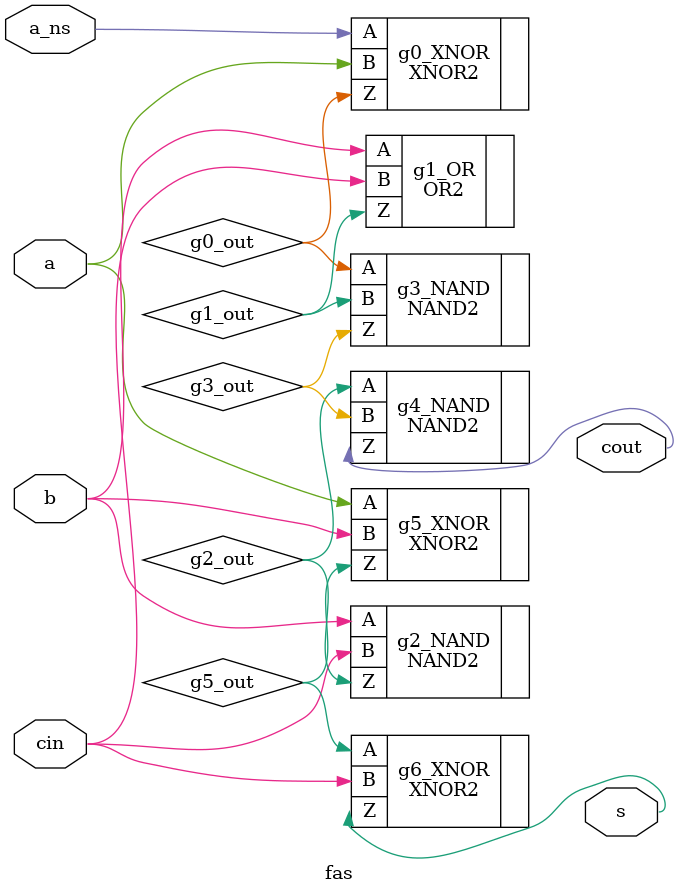
<source format=sv>
module fas (
    input logic a,           // Input bit a
    input logic b,           // Input bit b
    input logic cin,         // Carry in
    input logic a_ns,        // A_nS (add/not subtract) control
    output logic s,          // Output S
    output logic cout        // Carry out
);

// Put your code here
	logic g0_out, g1_out, g2_out, g3_out, g5_out;
	
	NAND2 #(.Tpdhl(1),.Tpdlh(1)) g2_NAND (.A(b), .B(cin), .Z(g2_out));
	NAND2 #(.Tpdhl(1),.Tpdlh(1)) g3_NAND (.A(g0_out), .B(g1_out), .Z(g3_out));
	NAND2 #(.Tpdhl(1),.Tpdlh(1)) g4_NAND (.A(g2_out), .B(g3_out), .Z(cout));

	XNOR2 #(.Tpdhl(4),.Tpdlh(4)) g0_XNOR (.A(a_ns), .B(a), .Z(g0_out));
	XNOR2 #(.Tpdhl(4),.Tpdlh(4)) g5_XNOR (.A(a), .B(b), .Z(g5_out));
	XNOR2 #(.Tpdhl(4),.Tpdlh(4)) g6_XNOR (.A(g5_out), .B(cin), .Z(s));
	
	OR2 #(.Tpdhl(6),.Tpdlh(6)) g1_OR (.A(b), .B(cin), .Z(g1_out));
	
// End of your code

endmodule

</source>
